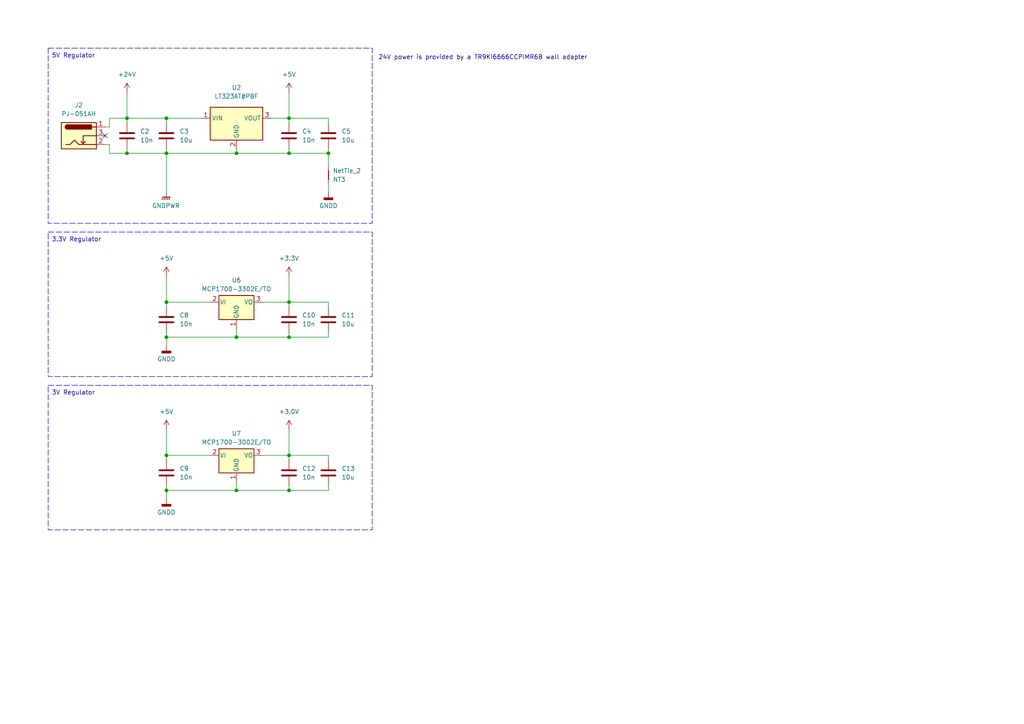
<source format=kicad_sch>
(kicad_sch (version 20231120) (generator "eeschema") (generator_version "8.0")
  (paper "A4")
  (title_block (title "Reflow Soldering Hot Plate Driver") (date "2024-07-30") (rev "v1.0.0"))
  (lib_symbols
    (symbol "Connector:Barrel_Jack_Switch" (pin_names hide)
      (property "Reference" "J" (at 0 5.334 0))
      (property "Value" "Barrel_Jack_Switch" (at 0 -5.08 0))
      (symbol "Barrel_Jack_Switch_0_1"
        (rectangle (start -5.08 3.81) (end 5.08 -3.81) (stroke (width 0.254)) (fill (type background)))
        (arc (start -3.302 3.175) (mid -3.9343 2.54) (end -3.302 1.905) (stroke (width 0.254)))
        (arc (start -3.302 3.175) (mid -3.9343 2.54) (end -3.302 1.905) (stroke (width 0.254)) (fill (type outline)))
        (polyline (pts (xy 1.27 -2.286) (xy 1.905 -1.651)) (stroke (width 0.254)))
        (polyline (pts (xy 5.08 2.54) (xy 3.81 2.54)) (stroke (width 0.254)))
        (polyline (pts (xy 5.08 0) (xy 1.27 0) (xy 1.27 -2.286) (xy 0.635 -1.651)) (stroke (width 0.254)))
        (polyline (pts (xy -3.81 -2.54) (xy -2.54 -2.54) (xy -1.27 -1.27) (xy 0 -2.54) (xy 2.54 -2.54) (xy 5.08 -2.54)) (stroke (width 0.254)))
        (rectangle (start 3.683 3.175) (end -3.302 1.905) (stroke (width 0.254)) (fill (type outline)))
      )
      (symbol "Barrel_Jack_Switch_1_1"
        (pin passive line (at 7.62 2.54 180) (length 2.54) (name "~") (number "1"))
        (pin passive line (at 7.62 -2.54 180) (length 2.54) (name "~") (number "2"))
        (pin passive line (at 7.62 0 180) (length 2.54) (name "~") (number "3"))
      )
    )
    (symbol "Custom_Regulator_Linear:LM323"
      (property "Reference" "U" (at -7.874 9.144 0))
      (property "Value" "LM323" (at -7.874 7.112 0))
      (symbol "LM323_0_1"
        (rectangle (start -7.62 5.715) (end 7.62 -3.81) (stroke (width 0.254)) (fill (type background)))
      )
      (symbol "LM323_1_1"
        (pin power_in line (at -10.16 2.54 0) (length 2.54) (name "VIN") (number "1"))
        (pin power_in line (at 0 -6.35 90) (length 2.54) (name "GND") (number "2"))
        (pin power_out line (at 10.16 2.54 180) (length 2.54) (name "VOUT") (number "3"))
      )
    )
    (symbol "Device:C" (pin_numbers hide) (pin_names (offset 0.254))
      (property "Reference" "C" (at 0.635 2.54 0))
      (property "Value" "C" (at 0.635 -2.54 0))
      (symbol "C_0_1"
        (polyline (pts (xy -2.032 -0.762) (xy 2.032 -0.762)) (stroke (width 0.508)))
        (polyline (pts (xy -2.032 0.762) (xy 2.032 0.762)) (stroke (width 0.508)))
      )
      (symbol "C_1_1"
        (pin passive line (at 0 3.81 270) (length 2.794) (name "~") (number "1"))
        (pin passive line (at 0 -3.81 90) (length 2.794) (name "~") (number "2"))
      )
    )
    (symbol "Device:NetTie_2" (pin_numbers hide) (pin_names (offset 0) hide) (in_bom no)
      (property "Reference" "NT" (at 0 1.27 0))
      (property "Value" "NetTie_2" (at 0 -1.27 0))
      (symbol "NetTie_2_0_1"
        (polyline (pts (xy -1.27 0) (xy 1.27 0)) (stroke (width 0.254)))
      )
      (symbol "NetTie_2_1_1"
        (pin passive line (at -2.54 0 0) (length 2.54) (name "1") (number "1"))
        (pin passive line (at 2.54 0 180) (length 2.54) (name "2") (number "2"))
      )
    )
    (symbol "Regulator_Linear:MCP1700x-330xxTO" (pin_names (offset 0.254))
      (property "Reference" "U" (at -3.81 -3.175 0))
      (property "Value" "MCP1700x-330xxTO" (at 0 -3.175 0))
      (symbol "MCP1700x-330xxTO_0_1"
        (rectangle (start -5.08 5.08) (end 5.08 -1.905) (stroke (width 0.254)) (fill (type background)))
      )
      (symbol "MCP1700x-330xxTO_1_1"
        (pin power_in line (at 0 7.62 270) (length 2.54) (name "GND") (number "1"))
        (pin power_in line (at -7.62 0 0) (length 2.54) (name "VI") (number "2"))
        (pin power_out line (at 7.62 0 180) (length 2.54) (name "VO") (number "3"))
      )
    )
    (symbol "power:+24V" (power) (pin_numbers hide) (pin_names (offset 0) hide)
      (property "Value" "+24V" (at 0 3.556 0))
      (symbol "+24V_0_1"
        (polyline (pts (xy -0.762 1.27) (xy 0 2.54)))
        (polyline (pts (xy 0 0) (xy 0 2.54)))
        (polyline (pts (xy 0 2.54) (xy 0.762 1.27)))
      )
      (symbol "+24V_1_1"
        (pin power_in line (at 0 0 90) (length 0) (name "~") (number "1"))
      )
    )
    (symbol "power:+3.3V" (power) (pin_numbers hide) (pin_names (offset 0) hide)
      (property "Value" "+3.3V" (at 0 3.556 0))
      (symbol "+3.3V_0_1"
        (polyline (pts (xy -0.762 1.27) (xy 0 2.54)))
        (polyline (pts (xy 0 0) (xy 0 2.54)))
        (polyline (pts (xy 0 2.54) (xy 0.762 1.27)))
      )
      (symbol "+3.3V_1_1"
        (pin power_in line (at 0 0 90) (length 0) (name "~") (number "1"))
      )
    )
    (symbol "power:+3V0" (power) (pin_numbers hide) (pin_names (offset 0) hide)
      (property "Value" "+3V0" (at 0 3.556 0))
      (symbol "+3V0_0_1"
        (polyline (pts (xy -0.762 1.27) (xy 0 2.54)))
        (polyline (pts (xy 0 0) (xy 0 2.54)))
        (polyline (pts (xy 0 2.54) (xy 0.762 1.27)))
      )
      (symbol "+3V0_1_1"
        (pin power_in line (at 0 0 90) (length 0) (name "~") (number "1"))
      )
    )
    (symbol "power:+5V" (power) (pin_numbers hide) (pin_names (offset 0) hide)
      (property "Value" "+5V" (at 0 3.556 0))
      (symbol "+5V_0_1"
        (polyline (pts (xy -0.762 1.27) (xy 0 2.54)))
        (polyline (pts (xy 0 0) (xy 0 2.54)))
        (polyline (pts (xy 0 2.54) (xy 0.762 1.27)))
      )
      (symbol "+5V_1_1"
        (pin power_in line (at 0 0 90) (length 0) (name "~") (number "1"))
      )
    )
    (symbol "power:GNDD" (power) (pin_numbers hide) (pin_names (offset 0) hide)
      (property "Value" "GNDD" (at 0 -3.175 0))
      (symbol "GNDD_0_1"
        (rectangle (start -1.27 -1.524) (end 1.27 -2.032) (stroke (width 0.254)) (fill (type outline)))
        (polyline (pts (xy 0 0) (xy 0 -1.524)))
      )
      (symbol "GNDD_1_1"
        (pin power_in line (at 0 0 270) (length 0) (name "~") (number "1"))
      )
    )
    (symbol "power:GNDPWR" (power) (pin_numbers hide) (pin_names (offset 0) hide)
      (property "Value" "GNDPWR" (at 0 -3.302 0))
      (symbol "GNDPWR_0_1"
        (polyline (pts (xy 0 -1.27) (xy 0 0)))
        (polyline (pts (xy -1.016 -1.27) (xy -1.27 -2.032) (xy -1.27 -2.032)) (stroke (width 0.2032)))
        (polyline (pts (xy -0.508 -1.27) (xy -0.762 -2.032) (xy -0.762 -2.032)) (stroke (width 0.2032)))
        (polyline (pts (xy 0 -1.27) (xy -0.254 -2.032) (xy -0.254 -2.032)) (stroke (width 0.2032)))
        (polyline (pts (xy 0.508 -1.27) (xy 0.254 -2.032) (xy 0.254 -2.032)) (stroke (width 0.2032)))
        (polyline (pts (xy 1.016 -1.27) (xy -1.016 -1.27) (xy -1.016 -1.27)) (stroke (width 0.2032)))
        (polyline (pts (xy 1.016 -1.27) (xy 0.762 -2.032) (xy 0.762 -2.032) (xy 0.762 -2.032)) (stroke (width 0.2032)))
      )
      (symbol "GNDPWR_1_1"
        (pin power_in line (at 0 0 270) (length 0) (name "~") (number "1"))
      )
    )
  )
  (junction (at 83.82 34.29))
  (junction (at 48.26 34.29))
  (junction (at 83.82 132.08))
  (junction (at 83.82 87.63))
  (junction (at 68.58 97.79))
  (junction (at 83.82 97.79))
  (junction (at 48.26 87.63))
  (junction (at 36.83 34.29))
  (junction (at 48.26 142.24))
  (junction (at 48.26 44.45))
  (junction (at 36.83 44.45))
  (junction (at 48.26 97.79))
  (junction (at 68.58 142.24))
  (junction (at 68.58 44.45))
  (junction (at 83.82 44.45))
  (junction (at 95.25 44.45))
  (junction (at 83.82 142.24))
  (junction (at 48.26 132.08))
  (no_connect (at 30.48 39.37))
  (wire (pts (xy 30.48 36.83) (xy 31.75 36.83)))
  (wire (pts (xy 95.25 44.45) (xy 95.25 48.26)))
  (wire (pts (xy 31.75 44.45) (xy 36.83 44.45)))
  (wire (pts (xy 83.82 96.52) (xy 83.82 97.79)))
  (wire (pts (xy 95.25 44.45) (xy 83.82 44.45)))
  (wire (pts (xy 48.26 124.46) (xy 48.26 132.08)))
  (wire (pts (xy 48.26 142.24) (xy 68.58 142.24)))
  (wire (pts (xy 48.26 132.08) (xy 60.96 132.08)))
  (wire (pts (xy 83.82 132.08) (xy 83.82 133.35)))
  (wire (pts (xy 48.26 80.01) (xy 48.26 87.63)))
  (wire (pts (xy 48.26 97.79) (xy 48.26 100.33)))
  (wire (pts (xy 83.82 132.08) (xy 95.25 132.08)))
  (wire (pts (xy 83.82 124.46) (xy 83.82 132.08)))
  (wire (pts (xy 48.26 87.63) (xy 60.96 87.63)))
  (wire (pts (xy 76.2 132.08) (xy 83.82 132.08)))
  (wire (pts (xy 83.82 142.24) (xy 68.58 142.24)))
  (wire (pts (xy 76.2 87.63) (xy 83.82 87.63)))
  (wire (pts (xy 83.82 97.79) (xy 68.58 97.79)))
  (wire (pts (xy 48.26 133.35) (xy 48.26 132.08)))
  (wire (pts (xy 83.82 80.01) (xy 83.82 87.63)))
  (wire (pts (xy 48.26 44.45) (xy 48.26 55.88)))
  (wire (pts (xy 95.25 96.52) (xy 95.25 97.79)))
  (wire (pts (xy 83.82 26.67) (xy 83.82 34.29)))
  (wire (pts (xy 48.26 88.9) (xy 48.26 87.63)))
  (wire (pts (xy 83.82 87.63) (xy 95.25 87.63)))
  (wire (pts (xy 95.25 132.08) (xy 95.25 133.35)))
  (wire (pts (xy 48.26 44.45) (xy 68.58 44.45)))
  (wire (pts (xy 48.26 44.45) (xy 36.83 44.45)))
  (wire (pts (xy 31.75 34.29) (xy 36.83 34.29)))
  (wire (pts (xy 95.25 53.34) (xy 95.25 55.88)))
  (wire (pts (xy 48.26 140.97) (xy 48.26 142.24)))
  (wire (pts (xy 95.25 87.63) (xy 95.25 88.9)))
  (wire (pts (xy 95.25 43.18) (xy 95.25 44.45)))
  (wire (pts (xy 48.26 142.24) (xy 48.26 144.78)))
  (wire (pts (xy 48.26 43.18) (xy 48.26 44.45)))
  (wire (pts (xy 83.82 34.29) (xy 95.25 34.29)))
  (wire (pts (xy 83.82 43.18) (xy 83.82 44.45)))
  (wire (pts (xy 48.26 97.79) (xy 68.58 97.79)))
  (wire (pts (xy 95.25 140.97) (xy 95.25 142.24)))
  (wire (pts (xy 68.58 139.7) (xy 68.58 142.24)))
  (wire (pts (xy 68.58 95.25) (xy 68.58 97.79)))
  (wire (pts (xy 48.26 34.29) (xy 36.83 34.29)))
  (wire (pts (xy 31.75 36.83) (xy 31.75 34.29)))
  (wire (pts (xy 48.26 96.52) (xy 48.26 97.79)))
  (wire (pts (xy 36.83 43.18) (xy 36.83 44.45)))
  (wire (pts (xy 83.82 44.45) (xy 68.58 44.45)))
  (wire (pts (xy 95.25 142.24) (xy 83.82 142.24)))
  (wire (pts (xy 95.25 34.29) (xy 95.25 35.56)))
  (wire (pts (xy 78.74 34.29) (xy 83.82 34.29)))
  (wire (pts (xy 48.26 34.29) (xy 58.42 34.29)))
  (wire (pts (xy 36.83 26.67) (xy 36.83 34.29)))
  (wire (pts (xy 95.25 97.79) (xy 83.82 97.79)))
  (wire (pts (xy 31.75 41.91) (xy 31.75 44.45)))
  (wire (pts (xy 30.48 41.91) (xy 31.75 41.91)))
  (wire (pts (xy 83.82 34.29) (xy 83.82 35.56)))
  (wire (pts (xy 48.26 35.56) (xy 48.26 34.29)))
  (wire (pts (xy 68.58 43.18) (xy 68.58 44.45)))
  (wire (pts (xy 36.83 34.29) (xy 36.83 35.56)))
  (wire (pts (xy 83.82 140.97) (xy 83.82 142.24)))
  (wire (pts (xy 83.82 87.63) (xy 83.82 88.9)))
  (rectangle (start 13.97 111.76) (end 107.95 153.67) (stroke (width 0) (type dash)))
  (rectangle (start 13.97 13.97) (end 107.95 64.77) (stroke (width 0) (type dash)))
  (rectangle (start 13.97 67.31) (end 107.95 109.22) (stroke (width 0) (type dash)))
  (text "5V Regulator" (at 14.986 15.494 0) (effects (font (size 1.27 1.27)) (justify left top)))
  (text "3V Regulator" (at 14.986 113.284 0) (effects (font (size 1.27 1.27)) (justify left top)))
  (text "24V power is provided by a TR9KI6666CCPIMR6B wall adapter" (at 109.728 16.002 0) (effects (font (size 1.27 1.27)) (justify left top)))
  (text "3.3V Regulator" (at 14.986 68.834 0) (effects (font (size 1.27 1.27)) (justify left top)))
  (symbol (lib_id "power:+24V") (at 36.83 26.67 0) (unit 1)
    (property "Reference" "#PWR09" (effects (hide yes)))
    (property "Value" "+24V" (at 36.83 21.59 0))
    (property "Description" "Power symbol creates a global label with name \"+24V\"" (effects (hide yes)))
  )
  (symbol (lib_id "power:+3V0") (at 83.82 124.46 0) (unit 1)
    (property "Reference" "#PWR026" (effects (hide yes)))
    (property "Value" "+3.0V" (at 83.82 119.38 0))
    (property "Description" "Power symbol creates a global label with name \"+3.0V\"" (effects (hide yes)))
  )
  (symbol (lib_id "Device:C") (at 95.25 137.16 0) (unit 1)
    (property "Reference" "C13" (at 99.06 135.8899 0) (effects (justify left)))
    (property "Value" "10u" (at 99.06 138.4299 0) (effects (justify left)))
    (property "Footprint" "Capacitor_SMD:C_0805_2012Metric_Pad1.18x1.45mm_HandSolder" (effects (hide yes)))
    (property "Description" "Unpolarized capacitor" (effects (hide yes)))
  )
  (symbol (lib_id "power:GNDD") (at 48.26 100.33 0) (unit 1)
    (property "Reference" "#PWR010" (effects (hide yes)))
    (property "Value" "GNDD" (at 48.26 104.14 0))
    (property "Description" "Power symbol creates a global label with name \"GNDD\" , digital ground" (effects (hide yes)))
  )
  (symbol (lib_id "Device:C") (at 95.25 92.71 0) (unit 1)
    (property "Reference" "C11" (at 99.06 91.4399 0) (effects (justify left)))
    (property "Value" "10u" (at 99.06 93.9799 0) (effects (justify left)))
    (property "Footprint" "Capacitor_SMD:C_0805_2012Metric_Pad1.18x1.45mm_HandSolder" (effects (hide yes)))
    (property "Description" "Unpolarized capacitor" (effects (hide yes)))
  )
  (symbol (lib_id "Custom_Regulator_Linear:LM323") (at 68.58 36.83 0) (unit 1)
    (property "Reference" "U2" (at 68.58 25.4 0))
    (property "Value" "LT323AT#PBF" (at 68.58 27.94 0))
    (property "Footprint" "Package_TO_SOT_THT:TO-220-3_Horizontal_TabDown" (effects (hide yes)))
    (property "Datasheet" "https://mm.digikey.com/Volume0/opasdata/d220001/medias/docus/1103/LM323.pdf" (effects (hide yes)))
  )
  (symbol (lib_id "Regulator_Linear:MCP1700x-330xxTO") (at 68.58 87.63 0) (mirror x) (unit 1)
    (property "Reference" "U6" (at 68.58 81.28 0))
    (property "Value" "MCP1700-3302E/TO" (at 68.58 83.82 0))
    (property "Footprint" "Package_TO_SOT_THT:TO-92_Inline" (effects (hide yes)))
    (property "Datasheet" "http://ww1.microchip.com/downloads/en/DeviceDoc/20001826D.pdf" (effects (hide yes)))
    (property "Description" "250mA Low Quiscent Current LDO, 3.3V output, TO-92" (effects (hide yes)))
  )
  (symbol (lib_id "power:+3.3V") (at 83.82 80.01 0) (unit 1)
    (property "Reference" "#PWR024" (effects (hide yes)))
    (property "Value" "+3.3V" (at 83.82 74.93 0))
    (property "Description" "Power symbol creates a global label with name \"+3.3V\"" (effects (hide yes)))
  )
  (symbol (lib_id "power:+5V") (at 48.26 80.01 0) (unit 1)
    (property "Reference" "#PWR022" (effects (hide yes)))
    (property "Value" "+5V" (at 48.26 74.93 0))
    (property "Description" "Power symbol creates a global label with name \"+5V\"" (effects (hide yes)))
  )
  (symbol (lib_id "power:GNDPWR") (at 48.26 55.88 0) (unit 1)
    (property "Reference" "#PWR011" (effects (hide yes)))
    (property "Value" "GNDPWR" (at 48.133 59.69 0))
    (property "Description" "Power symbol creates a global label with name \"GNDPWR\" , global ground" (effects (hide yes)))
  )
  (symbol (lib_id "power:+5V") (at 48.26 124.46 0) (unit 1)
    (property "Reference" "#PWR023" (effects (hide yes)))
    (property "Value" "+5V" (at 48.26 119.38 0))
    (property "Description" "Power symbol creates a global label with name \"+5V\"" (effects (hide yes)))
  )
  (symbol (lib_id "Device:NetTie_2") (at 95.25 50.8 90) (mirror x) (unit 1) (in_bom no)
    (property "Reference" "NT3" (at 96.52 52.0701 90) (effects (justify right)))
    (property "Value" "NetTie_2" (at 96.52 49.5301 90) (effects (justify right)))
    (property "Footprint" "NetTie:NetTie-2_THT_Pad1.0mm" (effects (hide yes)))
    (property "Description" "Net tie, 2 pins" (effects (hide yes)))
  )
  (symbol (lib_id "Device:C") (at 36.83 39.37 0) (unit 1)
    (property "Reference" "C2" (at 40.64 38.0999 0) (effects (justify left)))
    (property "Value" "10n" (at 40.64 40.6399 0) (effects (justify left)))
    (property "Footprint" "Capacitor_SMD:C_0805_2012Metric_Pad1.18x1.45mm_HandSolder" (effects (hide yes)))
    (property "Description" "Unpolarized capacitor" (effects (hide yes)))
  )
  (symbol (lib_id "Regulator_Linear:MCP1700x-330xxTO") (at 68.58 132.08 0) (mirror x) (unit 1)
    (property "Reference" "U7" (at 68.58 125.73 0))
    (property "Value" "MCP1700-3002E/TO" (at 68.58 128.27 0))
    (property "Footprint" "Package_TO_SOT_THT:TO-92_Inline" (effects (hide yes)))
    (property "Datasheet" "http://ww1.microchip.com/downloads/en/DeviceDoc/20001826D.pdf" (effects (hide yes)))
    (property "Description" "250mA Low Quiscent Current LDO, 3.3V output, TO-92" (effects (hide yes)))
  )
  (symbol (lib_id "Device:C") (at 48.26 137.16 0) (unit 1)
    (property "Reference" "C9" (at 52.07 135.8899 0) (effects (justify left)))
    (property "Value" "10n" (at 52.07 138.4299 0) (effects (justify left)))
    (property "Footprint" "Capacitor_SMD:C_0805_2012Metric_Pad1.18x1.45mm_HandSolder" (effects (hide yes)))
    (property "Description" "Unpolarized capacitor" (effects (hide yes)))
  )
  (symbol (lib_id "Device:C") (at 95.25 39.37 0) (unit 1)
    (property "Reference" "C5" (at 99.06 38.0999 0) (effects (justify left)))
    (property "Value" "10u" (at 99.06 40.6399 0) (effects (justify left)))
    (property "Footprint" "Capacitor_SMD:C_0805_2012Metric_Pad1.18x1.45mm_HandSolder" (effects (hide yes)))
    (property "Description" "Unpolarized capacitor" (effects (hide yes)))
  )
  (symbol (lib_id "power:GNDD") (at 95.25 55.88 0) (unit 1)
    (property "Reference" "#PWR014" (effects (hide yes)))
    (property "Value" "GNDD" (at 95.25 59.69 0))
    (property "Description" "Power symbol creates a global label with name \"GNDD\" , digital ground" (effects (hide yes)))
  )
  (symbol (lib_id "power:+5V") (at 83.82 26.67 0) (unit 1)
    (property "Reference" "#PWR013" (effects (hide yes)))
    (property "Value" "+5V" (at 83.82 21.59 0))
    (property "Description" "Power symbol creates a global label with name \"+5V\"" (effects (hide yes)))
  )
  (symbol (lib_id "Device:C") (at 48.26 39.37 0) (unit 1)
    (property "Reference" "C3" (at 52.07 38.0999 0) (effects (justify left)))
    (property "Value" "10u" (at 52.07 40.6399 0) (effects (justify left)))
    (property "Footprint" "Capacitor_SMD:C_0805_2012Metric_Pad1.18x1.45mm_HandSolder" (effects (hide yes)))
    (property "Description" "Unpolarized capacitor" (effects (hide yes)))
  )
  (symbol (lib_id "Device:C") (at 83.82 39.37 0) (unit 1)
    (property "Reference" "C4" (at 87.63 38.0999 0) (effects (justify left)))
    (property "Value" "10n" (at 87.63 40.6399 0) (effects (justify left)))
    (property "Footprint" "Capacitor_SMD:C_0805_2012Metric_Pad1.18x1.45mm_HandSolder" (effects (hide yes)))
    (property "Description" "Unpolarized capacitor" (effects (hide yes)))
  )
  (symbol (lib_id "Device:C") (at 48.26 92.71 0) (unit 1)
    (property "Reference" "C8" (at 52.07 91.4399 0) (effects (justify left)))
    (property "Value" "10n" (at 52.07 93.9799 0) (effects (justify left)))
    (property "Footprint" "Capacitor_SMD:C_0805_2012Metric_Pad1.18x1.45mm_HandSolder" (effects (hide yes)))
    (property "Description" "Unpolarized capacitor" (effects (hide yes)))
  )
  (symbol (lib_id "Connector:Barrel_Jack_Switch") (at 22.86 39.37 0) (unit 1)
    (property "Reference" "J2" (at 22.86 30.48 0))
    (property "Value" "PJ-051AH" (at 22.86 33.02 0))
    (property "Footprint" "Connector_BarrelJack:BarrelJack_CUI_PJ-079BH_Horizontal" (effects (hide yes)))
    (property "Description" "DC Barrel Jack with an internal switch" (effects (hide yes)))
  )
  (symbol (lib_id "Device:C") (at 83.82 92.71 0) (unit 1)
    (property "Reference" "C10" (at 87.63 91.4399 0) (effects (justify left)))
    (property "Value" "10n" (at 87.63 93.9799 0) (effects (justify left)))
    (property "Footprint" "Capacitor_SMD:C_0805_2012Metric_Pad1.18x1.45mm_HandSolder" (effects (hide yes)))
    (property "Description" "Unpolarized capacitor" (effects (hide yes)))
  )
  (symbol (lib_id "Device:C") (at 83.82 137.16 0) (unit 1)
    (property "Reference" "C12" (at 87.63 135.8899 0) (effects (justify left)))
    (property "Value" "10n" (at 87.63 138.4299 0) (effects (justify left)))
    (property "Footprint" "Capacitor_SMD:C_0805_2012Metric_Pad1.18x1.45mm_HandSolder" (effects (hide yes)))
    (property "Description" "Unpolarized capacitor" (effects (hide yes)))
  )
  (symbol (lib_id "power:GNDD") (at 48.26 144.78 0) (unit 1)
    (property "Reference" "#PWR025" (effects (hide yes)))
    (property "Value" "GNDD" (at 48.26 148.59 0))
    (property "Description" "Power symbol creates a global label with name \"GNDD\" , digital ground" (effects (hide yes)))
  )
)
</source>
